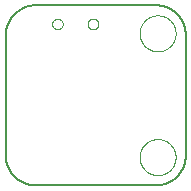
<source format=gko>
G75*
%MOIN*%
%OFA0B0*%
%FSLAX25Y25*%
%IPPOS*%
%LPD*%
%AMOC8*
5,1,8,0,0,1.08239X$1,22.5*
%
%ADD10C,0.00800*%
%ADD11C,0.00000*%
D10*
X0483333Y0012875D02*
X0483333Y0052875D01*
X0483336Y0053117D01*
X0483345Y0053358D01*
X0483359Y0053599D01*
X0483380Y0053840D01*
X0483406Y0054080D01*
X0483438Y0054320D01*
X0483476Y0054559D01*
X0483519Y0054796D01*
X0483569Y0055033D01*
X0483624Y0055268D01*
X0483684Y0055502D01*
X0483751Y0055734D01*
X0483822Y0055965D01*
X0483900Y0056194D01*
X0483983Y0056421D01*
X0484071Y0056646D01*
X0484165Y0056869D01*
X0484264Y0057089D01*
X0484369Y0057307D01*
X0484478Y0057522D01*
X0484593Y0057735D01*
X0484713Y0057945D01*
X0484838Y0058151D01*
X0484968Y0058355D01*
X0485103Y0058556D01*
X0485243Y0058753D01*
X0485387Y0058947D01*
X0485536Y0059137D01*
X0485690Y0059323D01*
X0485848Y0059506D01*
X0486010Y0059685D01*
X0486177Y0059860D01*
X0486348Y0060031D01*
X0486523Y0060198D01*
X0486702Y0060360D01*
X0486885Y0060518D01*
X0487071Y0060672D01*
X0487261Y0060821D01*
X0487455Y0060965D01*
X0487652Y0061105D01*
X0487853Y0061240D01*
X0488057Y0061370D01*
X0488263Y0061495D01*
X0488473Y0061615D01*
X0488686Y0061730D01*
X0488901Y0061839D01*
X0489119Y0061944D01*
X0489339Y0062043D01*
X0489562Y0062137D01*
X0489787Y0062225D01*
X0490014Y0062308D01*
X0490243Y0062386D01*
X0490474Y0062457D01*
X0490706Y0062524D01*
X0490940Y0062584D01*
X0491175Y0062639D01*
X0491412Y0062689D01*
X0491649Y0062732D01*
X0491888Y0062770D01*
X0492128Y0062802D01*
X0492368Y0062828D01*
X0492609Y0062849D01*
X0492850Y0062863D01*
X0493091Y0062872D01*
X0493333Y0062875D01*
X0533333Y0062875D01*
X0533575Y0062872D01*
X0533816Y0062863D01*
X0534057Y0062849D01*
X0534298Y0062828D01*
X0534538Y0062802D01*
X0534778Y0062770D01*
X0535017Y0062732D01*
X0535254Y0062689D01*
X0535491Y0062639D01*
X0535726Y0062584D01*
X0535960Y0062524D01*
X0536192Y0062457D01*
X0536423Y0062386D01*
X0536652Y0062308D01*
X0536879Y0062225D01*
X0537104Y0062137D01*
X0537327Y0062043D01*
X0537547Y0061944D01*
X0537765Y0061839D01*
X0537980Y0061730D01*
X0538193Y0061615D01*
X0538403Y0061495D01*
X0538609Y0061370D01*
X0538813Y0061240D01*
X0539014Y0061105D01*
X0539211Y0060965D01*
X0539405Y0060821D01*
X0539595Y0060672D01*
X0539781Y0060518D01*
X0539964Y0060360D01*
X0540143Y0060198D01*
X0540318Y0060031D01*
X0540489Y0059860D01*
X0540656Y0059685D01*
X0540818Y0059506D01*
X0540976Y0059323D01*
X0541130Y0059137D01*
X0541279Y0058947D01*
X0541423Y0058753D01*
X0541563Y0058556D01*
X0541698Y0058355D01*
X0541828Y0058151D01*
X0541953Y0057945D01*
X0542073Y0057735D01*
X0542188Y0057522D01*
X0542297Y0057307D01*
X0542402Y0057089D01*
X0542501Y0056869D01*
X0542595Y0056646D01*
X0542683Y0056421D01*
X0542766Y0056194D01*
X0542844Y0055965D01*
X0542915Y0055734D01*
X0542982Y0055502D01*
X0543042Y0055268D01*
X0543097Y0055033D01*
X0543147Y0054796D01*
X0543190Y0054559D01*
X0543228Y0054320D01*
X0543260Y0054080D01*
X0543286Y0053840D01*
X0543307Y0053599D01*
X0543321Y0053358D01*
X0543330Y0053117D01*
X0543333Y0052875D01*
X0543333Y0012875D01*
X0543330Y0012633D01*
X0543321Y0012392D01*
X0543307Y0012151D01*
X0543286Y0011910D01*
X0543260Y0011670D01*
X0543228Y0011430D01*
X0543190Y0011191D01*
X0543147Y0010954D01*
X0543097Y0010717D01*
X0543042Y0010482D01*
X0542982Y0010248D01*
X0542915Y0010016D01*
X0542844Y0009785D01*
X0542766Y0009556D01*
X0542683Y0009329D01*
X0542595Y0009104D01*
X0542501Y0008881D01*
X0542402Y0008661D01*
X0542297Y0008443D01*
X0542188Y0008228D01*
X0542073Y0008015D01*
X0541953Y0007805D01*
X0541828Y0007599D01*
X0541698Y0007395D01*
X0541563Y0007194D01*
X0541423Y0006997D01*
X0541279Y0006803D01*
X0541130Y0006613D01*
X0540976Y0006427D01*
X0540818Y0006244D01*
X0540656Y0006065D01*
X0540489Y0005890D01*
X0540318Y0005719D01*
X0540143Y0005552D01*
X0539964Y0005390D01*
X0539781Y0005232D01*
X0539595Y0005078D01*
X0539405Y0004929D01*
X0539211Y0004785D01*
X0539014Y0004645D01*
X0538813Y0004510D01*
X0538609Y0004380D01*
X0538403Y0004255D01*
X0538193Y0004135D01*
X0537980Y0004020D01*
X0537765Y0003911D01*
X0537547Y0003806D01*
X0537327Y0003707D01*
X0537104Y0003613D01*
X0536879Y0003525D01*
X0536652Y0003442D01*
X0536423Y0003364D01*
X0536192Y0003293D01*
X0535960Y0003226D01*
X0535726Y0003166D01*
X0535491Y0003111D01*
X0535254Y0003061D01*
X0535017Y0003018D01*
X0534778Y0002980D01*
X0534538Y0002948D01*
X0534298Y0002922D01*
X0534057Y0002901D01*
X0533816Y0002887D01*
X0533575Y0002878D01*
X0533333Y0002875D01*
X0493333Y0002875D01*
X0493091Y0002878D01*
X0492850Y0002887D01*
X0492609Y0002901D01*
X0492368Y0002922D01*
X0492128Y0002948D01*
X0491888Y0002980D01*
X0491649Y0003018D01*
X0491412Y0003061D01*
X0491175Y0003111D01*
X0490940Y0003166D01*
X0490706Y0003226D01*
X0490474Y0003293D01*
X0490243Y0003364D01*
X0490014Y0003442D01*
X0489787Y0003525D01*
X0489562Y0003613D01*
X0489339Y0003707D01*
X0489119Y0003806D01*
X0488901Y0003911D01*
X0488686Y0004020D01*
X0488473Y0004135D01*
X0488263Y0004255D01*
X0488057Y0004380D01*
X0487853Y0004510D01*
X0487652Y0004645D01*
X0487455Y0004785D01*
X0487261Y0004929D01*
X0487071Y0005078D01*
X0486885Y0005232D01*
X0486702Y0005390D01*
X0486523Y0005552D01*
X0486348Y0005719D01*
X0486177Y0005890D01*
X0486010Y0006065D01*
X0485848Y0006244D01*
X0485690Y0006427D01*
X0485536Y0006613D01*
X0485387Y0006803D01*
X0485243Y0006997D01*
X0485103Y0007194D01*
X0484968Y0007395D01*
X0484838Y0007599D01*
X0484713Y0007805D01*
X0484593Y0008015D01*
X0484478Y0008228D01*
X0484369Y0008443D01*
X0484264Y0008661D01*
X0484165Y0008881D01*
X0484071Y0009104D01*
X0483983Y0009329D01*
X0483900Y0009556D01*
X0483822Y0009785D01*
X0483751Y0010016D01*
X0483684Y0010248D01*
X0483624Y0010482D01*
X0483569Y0010717D01*
X0483519Y0010954D01*
X0483476Y0011191D01*
X0483438Y0011430D01*
X0483406Y0011670D01*
X0483380Y0011910D01*
X0483359Y0012151D01*
X0483345Y0012392D01*
X0483336Y0012633D01*
X0483333Y0012875D01*
D11*
X0527958Y0012250D02*
X0527960Y0012404D01*
X0527966Y0012559D01*
X0527976Y0012713D01*
X0527990Y0012867D01*
X0528008Y0013020D01*
X0528029Y0013173D01*
X0528055Y0013326D01*
X0528085Y0013477D01*
X0528118Y0013628D01*
X0528156Y0013778D01*
X0528197Y0013927D01*
X0528242Y0014075D01*
X0528291Y0014221D01*
X0528344Y0014367D01*
X0528400Y0014510D01*
X0528460Y0014653D01*
X0528524Y0014793D01*
X0528591Y0014933D01*
X0528662Y0015070D01*
X0528736Y0015205D01*
X0528814Y0015339D01*
X0528895Y0015470D01*
X0528980Y0015599D01*
X0529068Y0015727D01*
X0529159Y0015851D01*
X0529253Y0015974D01*
X0529351Y0016094D01*
X0529451Y0016211D01*
X0529555Y0016326D01*
X0529661Y0016438D01*
X0529770Y0016547D01*
X0529882Y0016653D01*
X0529997Y0016757D01*
X0530114Y0016857D01*
X0530234Y0016955D01*
X0530357Y0017049D01*
X0530481Y0017140D01*
X0530609Y0017228D01*
X0530738Y0017313D01*
X0530869Y0017394D01*
X0531003Y0017472D01*
X0531138Y0017546D01*
X0531275Y0017617D01*
X0531415Y0017684D01*
X0531555Y0017748D01*
X0531698Y0017808D01*
X0531841Y0017864D01*
X0531987Y0017917D01*
X0532133Y0017966D01*
X0532281Y0018011D01*
X0532430Y0018052D01*
X0532580Y0018090D01*
X0532731Y0018123D01*
X0532882Y0018153D01*
X0533035Y0018179D01*
X0533188Y0018200D01*
X0533341Y0018218D01*
X0533495Y0018232D01*
X0533649Y0018242D01*
X0533804Y0018248D01*
X0533958Y0018250D01*
X0534112Y0018248D01*
X0534267Y0018242D01*
X0534421Y0018232D01*
X0534575Y0018218D01*
X0534728Y0018200D01*
X0534881Y0018179D01*
X0535034Y0018153D01*
X0535185Y0018123D01*
X0535336Y0018090D01*
X0535486Y0018052D01*
X0535635Y0018011D01*
X0535783Y0017966D01*
X0535929Y0017917D01*
X0536075Y0017864D01*
X0536218Y0017808D01*
X0536361Y0017748D01*
X0536501Y0017684D01*
X0536641Y0017617D01*
X0536778Y0017546D01*
X0536913Y0017472D01*
X0537047Y0017394D01*
X0537178Y0017313D01*
X0537307Y0017228D01*
X0537435Y0017140D01*
X0537559Y0017049D01*
X0537682Y0016955D01*
X0537802Y0016857D01*
X0537919Y0016757D01*
X0538034Y0016653D01*
X0538146Y0016547D01*
X0538255Y0016438D01*
X0538361Y0016326D01*
X0538465Y0016211D01*
X0538565Y0016094D01*
X0538663Y0015974D01*
X0538757Y0015851D01*
X0538848Y0015727D01*
X0538936Y0015599D01*
X0539021Y0015470D01*
X0539102Y0015339D01*
X0539180Y0015205D01*
X0539254Y0015070D01*
X0539325Y0014933D01*
X0539392Y0014793D01*
X0539456Y0014653D01*
X0539516Y0014510D01*
X0539572Y0014367D01*
X0539625Y0014221D01*
X0539674Y0014075D01*
X0539719Y0013927D01*
X0539760Y0013778D01*
X0539798Y0013628D01*
X0539831Y0013477D01*
X0539861Y0013326D01*
X0539887Y0013173D01*
X0539908Y0013020D01*
X0539926Y0012867D01*
X0539940Y0012713D01*
X0539950Y0012559D01*
X0539956Y0012404D01*
X0539958Y0012250D01*
X0539956Y0012096D01*
X0539950Y0011941D01*
X0539940Y0011787D01*
X0539926Y0011633D01*
X0539908Y0011480D01*
X0539887Y0011327D01*
X0539861Y0011174D01*
X0539831Y0011023D01*
X0539798Y0010872D01*
X0539760Y0010722D01*
X0539719Y0010573D01*
X0539674Y0010425D01*
X0539625Y0010279D01*
X0539572Y0010133D01*
X0539516Y0009990D01*
X0539456Y0009847D01*
X0539392Y0009707D01*
X0539325Y0009567D01*
X0539254Y0009430D01*
X0539180Y0009295D01*
X0539102Y0009161D01*
X0539021Y0009030D01*
X0538936Y0008901D01*
X0538848Y0008773D01*
X0538757Y0008649D01*
X0538663Y0008526D01*
X0538565Y0008406D01*
X0538465Y0008289D01*
X0538361Y0008174D01*
X0538255Y0008062D01*
X0538146Y0007953D01*
X0538034Y0007847D01*
X0537919Y0007743D01*
X0537802Y0007643D01*
X0537682Y0007545D01*
X0537559Y0007451D01*
X0537435Y0007360D01*
X0537307Y0007272D01*
X0537178Y0007187D01*
X0537047Y0007106D01*
X0536913Y0007028D01*
X0536778Y0006954D01*
X0536641Y0006883D01*
X0536501Y0006816D01*
X0536361Y0006752D01*
X0536218Y0006692D01*
X0536075Y0006636D01*
X0535929Y0006583D01*
X0535783Y0006534D01*
X0535635Y0006489D01*
X0535486Y0006448D01*
X0535336Y0006410D01*
X0535185Y0006377D01*
X0535034Y0006347D01*
X0534881Y0006321D01*
X0534728Y0006300D01*
X0534575Y0006282D01*
X0534421Y0006268D01*
X0534267Y0006258D01*
X0534112Y0006252D01*
X0533958Y0006250D01*
X0533804Y0006252D01*
X0533649Y0006258D01*
X0533495Y0006268D01*
X0533341Y0006282D01*
X0533188Y0006300D01*
X0533035Y0006321D01*
X0532882Y0006347D01*
X0532731Y0006377D01*
X0532580Y0006410D01*
X0532430Y0006448D01*
X0532281Y0006489D01*
X0532133Y0006534D01*
X0531987Y0006583D01*
X0531841Y0006636D01*
X0531698Y0006692D01*
X0531555Y0006752D01*
X0531415Y0006816D01*
X0531275Y0006883D01*
X0531138Y0006954D01*
X0531003Y0007028D01*
X0530869Y0007106D01*
X0530738Y0007187D01*
X0530609Y0007272D01*
X0530481Y0007360D01*
X0530357Y0007451D01*
X0530234Y0007545D01*
X0530114Y0007643D01*
X0529997Y0007743D01*
X0529882Y0007847D01*
X0529770Y0007953D01*
X0529661Y0008062D01*
X0529555Y0008174D01*
X0529451Y0008289D01*
X0529351Y0008406D01*
X0529253Y0008526D01*
X0529159Y0008649D01*
X0529068Y0008773D01*
X0528980Y0008901D01*
X0528895Y0009030D01*
X0528814Y0009161D01*
X0528736Y0009295D01*
X0528662Y0009430D01*
X0528591Y0009567D01*
X0528524Y0009707D01*
X0528460Y0009847D01*
X0528400Y0009990D01*
X0528344Y0010133D01*
X0528291Y0010279D01*
X0528242Y0010425D01*
X0528197Y0010573D01*
X0528156Y0010722D01*
X0528118Y0010872D01*
X0528085Y0011023D01*
X0528055Y0011174D01*
X0528029Y0011327D01*
X0528008Y0011480D01*
X0527990Y0011633D01*
X0527976Y0011787D01*
X0527966Y0011941D01*
X0527960Y0012096D01*
X0527958Y0012250D01*
X0527958Y0053500D02*
X0527960Y0053654D01*
X0527966Y0053809D01*
X0527976Y0053963D01*
X0527990Y0054117D01*
X0528008Y0054270D01*
X0528029Y0054423D01*
X0528055Y0054576D01*
X0528085Y0054727D01*
X0528118Y0054878D01*
X0528156Y0055028D01*
X0528197Y0055177D01*
X0528242Y0055325D01*
X0528291Y0055471D01*
X0528344Y0055617D01*
X0528400Y0055760D01*
X0528460Y0055903D01*
X0528524Y0056043D01*
X0528591Y0056183D01*
X0528662Y0056320D01*
X0528736Y0056455D01*
X0528814Y0056589D01*
X0528895Y0056720D01*
X0528980Y0056849D01*
X0529068Y0056977D01*
X0529159Y0057101D01*
X0529253Y0057224D01*
X0529351Y0057344D01*
X0529451Y0057461D01*
X0529555Y0057576D01*
X0529661Y0057688D01*
X0529770Y0057797D01*
X0529882Y0057903D01*
X0529997Y0058007D01*
X0530114Y0058107D01*
X0530234Y0058205D01*
X0530357Y0058299D01*
X0530481Y0058390D01*
X0530609Y0058478D01*
X0530738Y0058563D01*
X0530869Y0058644D01*
X0531003Y0058722D01*
X0531138Y0058796D01*
X0531275Y0058867D01*
X0531415Y0058934D01*
X0531555Y0058998D01*
X0531698Y0059058D01*
X0531841Y0059114D01*
X0531987Y0059167D01*
X0532133Y0059216D01*
X0532281Y0059261D01*
X0532430Y0059302D01*
X0532580Y0059340D01*
X0532731Y0059373D01*
X0532882Y0059403D01*
X0533035Y0059429D01*
X0533188Y0059450D01*
X0533341Y0059468D01*
X0533495Y0059482D01*
X0533649Y0059492D01*
X0533804Y0059498D01*
X0533958Y0059500D01*
X0534112Y0059498D01*
X0534267Y0059492D01*
X0534421Y0059482D01*
X0534575Y0059468D01*
X0534728Y0059450D01*
X0534881Y0059429D01*
X0535034Y0059403D01*
X0535185Y0059373D01*
X0535336Y0059340D01*
X0535486Y0059302D01*
X0535635Y0059261D01*
X0535783Y0059216D01*
X0535929Y0059167D01*
X0536075Y0059114D01*
X0536218Y0059058D01*
X0536361Y0058998D01*
X0536501Y0058934D01*
X0536641Y0058867D01*
X0536778Y0058796D01*
X0536913Y0058722D01*
X0537047Y0058644D01*
X0537178Y0058563D01*
X0537307Y0058478D01*
X0537435Y0058390D01*
X0537559Y0058299D01*
X0537682Y0058205D01*
X0537802Y0058107D01*
X0537919Y0058007D01*
X0538034Y0057903D01*
X0538146Y0057797D01*
X0538255Y0057688D01*
X0538361Y0057576D01*
X0538465Y0057461D01*
X0538565Y0057344D01*
X0538663Y0057224D01*
X0538757Y0057101D01*
X0538848Y0056977D01*
X0538936Y0056849D01*
X0539021Y0056720D01*
X0539102Y0056589D01*
X0539180Y0056455D01*
X0539254Y0056320D01*
X0539325Y0056183D01*
X0539392Y0056043D01*
X0539456Y0055903D01*
X0539516Y0055760D01*
X0539572Y0055617D01*
X0539625Y0055471D01*
X0539674Y0055325D01*
X0539719Y0055177D01*
X0539760Y0055028D01*
X0539798Y0054878D01*
X0539831Y0054727D01*
X0539861Y0054576D01*
X0539887Y0054423D01*
X0539908Y0054270D01*
X0539926Y0054117D01*
X0539940Y0053963D01*
X0539950Y0053809D01*
X0539956Y0053654D01*
X0539958Y0053500D01*
X0539956Y0053346D01*
X0539950Y0053191D01*
X0539940Y0053037D01*
X0539926Y0052883D01*
X0539908Y0052730D01*
X0539887Y0052577D01*
X0539861Y0052424D01*
X0539831Y0052273D01*
X0539798Y0052122D01*
X0539760Y0051972D01*
X0539719Y0051823D01*
X0539674Y0051675D01*
X0539625Y0051529D01*
X0539572Y0051383D01*
X0539516Y0051240D01*
X0539456Y0051097D01*
X0539392Y0050957D01*
X0539325Y0050817D01*
X0539254Y0050680D01*
X0539180Y0050545D01*
X0539102Y0050411D01*
X0539021Y0050280D01*
X0538936Y0050151D01*
X0538848Y0050023D01*
X0538757Y0049899D01*
X0538663Y0049776D01*
X0538565Y0049656D01*
X0538465Y0049539D01*
X0538361Y0049424D01*
X0538255Y0049312D01*
X0538146Y0049203D01*
X0538034Y0049097D01*
X0537919Y0048993D01*
X0537802Y0048893D01*
X0537682Y0048795D01*
X0537559Y0048701D01*
X0537435Y0048610D01*
X0537307Y0048522D01*
X0537178Y0048437D01*
X0537047Y0048356D01*
X0536913Y0048278D01*
X0536778Y0048204D01*
X0536641Y0048133D01*
X0536501Y0048066D01*
X0536361Y0048002D01*
X0536218Y0047942D01*
X0536075Y0047886D01*
X0535929Y0047833D01*
X0535783Y0047784D01*
X0535635Y0047739D01*
X0535486Y0047698D01*
X0535336Y0047660D01*
X0535185Y0047627D01*
X0535034Y0047597D01*
X0534881Y0047571D01*
X0534728Y0047550D01*
X0534575Y0047532D01*
X0534421Y0047518D01*
X0534267Y0047508D01*
X0534112Y0047502D01*
X0533958Y0047500D01*
X0533804Y0047502D01*
X0533649Y0047508D01*
X0533495Y0047518D01*
X0533341Y0047532D01*
X0533188Y0047550D01*
X0533035Y0047571D01*
X0532882Y0047597D01*
X0532731Y0047627D01*
X0532580Y0047660D01*
X0532430Y0047698D01*
X0532281Y0047739D01*
X0532133Y0047784D01*
X0531987Y0047833D01*
X0531841Y0047886D01*
X0531698Y0047942D01*
X0531555Y0048002D01*
X0531415Y0048066D01*
X0531275Y0048133D01*
X0531138Y0048204D01*
X0531003Y0048278D01*
X0530869Y0048356D01*
X0530738Y0048437D01*
X0530609Y0048522D01*
X0530481Y0048610D01*
X0530357Y0048701D01*
X0530234Y0048795D01*
X0530114Y0048893D01*
X0529997Y0048993D01*
X0529882Y0049097D01*
X0529770Y0049203D01*
X0529661Y0049312D01*
X0529555Y0049424D01*
X0529451Y0049539D01*
X0529351Y0049656D01*
X0529253Y0049776D01*
X0529159Y0049899D01*
X0529068Y0050023D01*
X0528980Y0050151D01*
X0528895Y0050280D01*
X0528814Y0050411D01*
X0528736Y0050545D01*
X0528662Y0050680D01*
X0528591Y0050817D01*
X0528524Y0050957D01*
X0528460Y0051097D01*
X0528400Y0051240D01*
X0528344Y0051383D01*
X0528291Y0051529D01*
X0528242Y0051675D01*
X0528197Y0051823D01*
X0528156Y0051972D01*
X0528118Y0052122D01*
X0528085Y0052273D01*
X0528055Y0052424D01*
X0528029Y0052577D01*
X0528008Y0052730D01*
X0527990Y0052883D01*
X0527976Y0053037D01*
X0527966Y0053191D01*
X0527960Y0053346D01*
X0527958Y0053500D01*
X0510592Y0056625D02*
X0510594Y0056709D01*
X0510600Y0056792D01*
X0510610Y0056875D01*
X0510624Y0056958D01*
X0510641Y0057040D01*
X0510663Y0057121D01*
X0510688Y0057200D01*
X0510717Y0057279D01*
X0510750Y0057356D01*
X0510786Y0057431D01*
X0510826Y0057505D01*
X0510869Y0057577D01*
X0510916Y0057646D01*
X0510966Y0057713D01*
X0511019Y0057778D01*
X0511075Y0057840D01*
X0511133Y0057900D01*
X0511195Y0057957D01*
X0511259Y0058010D01*
X0511326Y0058061D01*
X0511395Y0058108D01*
X0511466Y0058153D01*
X0511539Y0058193D01*
X0511614Y0058230D01*
X0511691Y0058264D01*
X0511769Y0058294D01*
X0511848Y0058320D01*
X0511929Y0058343D01*
X0512011Y0058361D01*
X0512093Y0058376D01*
X0512176Y0058387D01*
X0512259Y0058394D01*
X0512343Y0058397D01*
X0512427Y0058396D01*
X0512510Y0058391D01*
X0512594Y0058382D01*
X0512676Y0058369D01*
X0512758Y0058353D01*
X0512839Y0058332D01*
X0512920Y0058308D01*
X0512998Y0058280D01*
X0513076Y0058248D01*
X0513152Y0058212D01*
X0513226Y0058173D01*
X0513298Y0058131D01*
X0513368Y0058085D01*
X0513436Y0058036D01*
X0513501Y0057984D01*
X0513564Y0057929D01*
X0513624Y0057871D01*
X0513682Y0057810D01*
X0513736Y0057746D01*
X0513788Y0057680D01*
X0513836Y0057612D01*
X0513881Y0057541D01*
X0513922Y0057468D01*
X0513961Y0057394D01*
X0513995Y0057318D01*
X0514026Y0057240D01*
X0514053Y0057161D01*
X0514077Y0057080D01*
X0514096Y0056999D01*
X0514112Y0056917D01*
X0514124Y0056834D01*
X0514132Y0056750D01*
X0514136Y0056667D01*
X0514136Y0056583D01*
X0514132Y0056500D01*
X0514124Y0056416D01*
X0514112Y0056333D01*
X0514096Y0056251D01*
X0514077Y0056170D01*
X0514053Y0056089D01*
X0514026Y0056010D01*
X0513995Y0055932D01*
X0513961Y0055856D01*
X0513922Y0055782D01*
X0513881Y0055709D01*
X0513836Y0055638D01*
X0513788Y0055570D01*
X0513736Y0055504D01*
X0513682Y0055440D01*
X0513624Y0055379D01*
X0513564Y0055321D01*
X0513501Y0055266D01*
X0513436Y0055214D01*
X0513368Y0055165D01*
X0513298Y0055119D01*
X0513226Y0055077D01*
X0513152Y0055038D01*
X0513076Y0055002D01*
X0512998Y0054970D01*
X0512920Y0054942D01*
X0512839Y0054918D01*
X0512758Y0054897D01*
X0512676Y0054881D01*
X0512594Y0054868D01*
X0512510Y0054859D01*
X0512427Y0054854D01*
X0512343Y0054853D01*
X0512259Y0054856D01*
X0512176Y0054863D01*
X0512093Y0054874D01*
X0512011Y0054889D01*
X0511929Y0054907D01*
X0511848Y0054930D01*
X0511769Y0054956D01*
X0511691Y0054986D01*
X0511614Y0055020D01*
X0511539Y0055057D01*
X0511466Y0055097D01*
X0511395Y0055142D01*
X0511326Y0055189D01*
X0511259Y0055240D01*
X0511195Y0055293D01*
X0511133Y0055350D01*
X0511075Y0055410D01*
X0511019Y0055472D01*
X0510966Y0055537D01*
X0510916Y0055604D01*
X0510869Y0055673D01*
X0510826Y0055745D01*
X0510786Y0055819D01*
X0510750Y0055894D01*
X0510717Y0055971D01*
X0510688Y0056050D01*
X0510663Y0056129D01*
X0510641Y0056210D01*
X0510624Y0056292D01*
X0510610Y0056375D01*
X0510600Y0056458D01*
X0510594Y0056541D01*
X0510592Y0056625D01*
X0498781Y0056625D02*
X0498783Y0056709D01*
X0498789Y0056792D01*
X0498799Y0056875D01*
X0498813Y0056958D01*
X0498830Y0057040D01*
X0498852Y0057121D01*
X0498877Y0057200D01*
X0498906Y0057279D01*
X0498939Y0057356D01*
X0498975Y0057431D01*
X0499015Y0057505D01*
X0499058Y0057577D01*
X0499105Y0057646D01*
X0499155Y0057713D01*
X0499208Y0057778D01*
X0499264Y0057840D01*
X0499322Y0057900D01*
X0499384Y0057957D01*
X0499448Y0058010D01*
X0499515Y0058061D01*
X0499584Y0058108D01*
X0499655Y0058153D01*
X0499728Y0058193D01*
X0499803Y0058230D01*
X0499880Y0058264D01*
X0499958Y0058294D01*
X0500037Y0058320D01*
X0500118Y0058343D01*
X0500200Y0058361D01*
X0500282Y0058376D01*
X0500365Y0058387D01*
X0500448Y0058394D01*
X0500532Y0058397D01*
X0500616Y0058396D01*
X0500699Y0058391D01*
X0500783Y0058382D01*
X0500865Y0058369D01*
X0500947Y0058353D01*
X0501028Y0058332D01*
X0501109Y0058308D01*
X0501187Y0058280D01*
X0501265Y0058248D01*
X0501341Y0058212D01*
X0501415Y0058173D01*
X0501487Y0058131D01*
X0501557Y0058085D01*
X0501625Y0058036D01*
X0501690Y0057984D01*
X0501753Y0057929D01*
X0501813Y0057871D01*
X0501871Y0057810D01*
X0501925Y0057746D01*
X0501977Y0057680D01*
X0502025Y0057612D01*
X0502070Y0057541D01*
X0502111Y0057468D01*
X0502150Y0057394D01*
X0502184Y0057318D01*
X0502215Y0057240D01*
X0502242Y0057161D01*
X0502266Y0057080D01*
X0502285Y0056999D01*
X0502301Y0056917D01*
X0502313Y0056834D01*
X0502321Y0056750D01*
X0502325Y0056667D01*
X0502325Y0056583D01*
X0502321Y0056500D01*
X0502313Y0056416D01*
X0502301Y0056333D01*
X0502285Y0056251D01*
X0502266Y0056170D01*
X0502242Y0056089D01*
X0502215Y0056010D01*
X0502184Y0055932D01*
X0502150Y0055856D01*
X0502111Y0055782D01*
X0502070Y0055709D01*
X0502025Y0055638D01*
X0501977Y0055570D01*
X0501925Y0055504D01*
X0501871Y0055440D01*
X0501813Y0055379D01*
X0501753Y0055321D01*
X0501690Y0055266D01*
X0501625Y0055214D01*
X0501557Y0055165D01*
X0501487Y0055119D01*
X0501415Y0055077D01*
X0501341Y0055038D01*
X0501265Y0055002D01*
X0501187Y0054970D01*
X0501109Y0054942D01*
X0501028Y0054918D01*
X0500947Y0054897D01*
X0500865Y0054881D01*
X0500783Y0054868D01*
X0500699Y0054859D01*
X0500616Y0054854D01*
X0500532Y0054853D01*
X0500448Y0054856D01*
X0500365Y0054863D01*
X0500282Y0054874D01*
X0500200Y0054889D01*
X0500118Y0054907D01*
X0500037Y0054930D01*
X0499958Y0054956D01*
X0499880Y0054986D01*
X0499803Y0055020D01*
X0499728Y0055057D01*
X0499655Y0055097D01*
X0499584Y0055142D01*
X0499515Y0055189D01*
X0499448Y0055240D01*
X0499384Y0055293D01*
X0499322Y0055350D01*
X0499264Y0055410D01*
X0499208Y0055472D01*
X0499155Y0055537D01*
X0499105Y0055604D01*
X0499058Y0055673D01*
X0499015Y0055745D01*
X0498975Y0055819D01*
X0498939Y0055894D01*
X0498906Y0055971D01*
X0498877Y0056050D01*
X0498852Y0056129D01*
X0498830Y0056210D01*
X0498813Y0056292D01*
X0498799Y0056375D01*
X0498789Y0056458D01*
X0498783Y0056541D01*
X0498781Y0056625D01*
M02*

</source>
